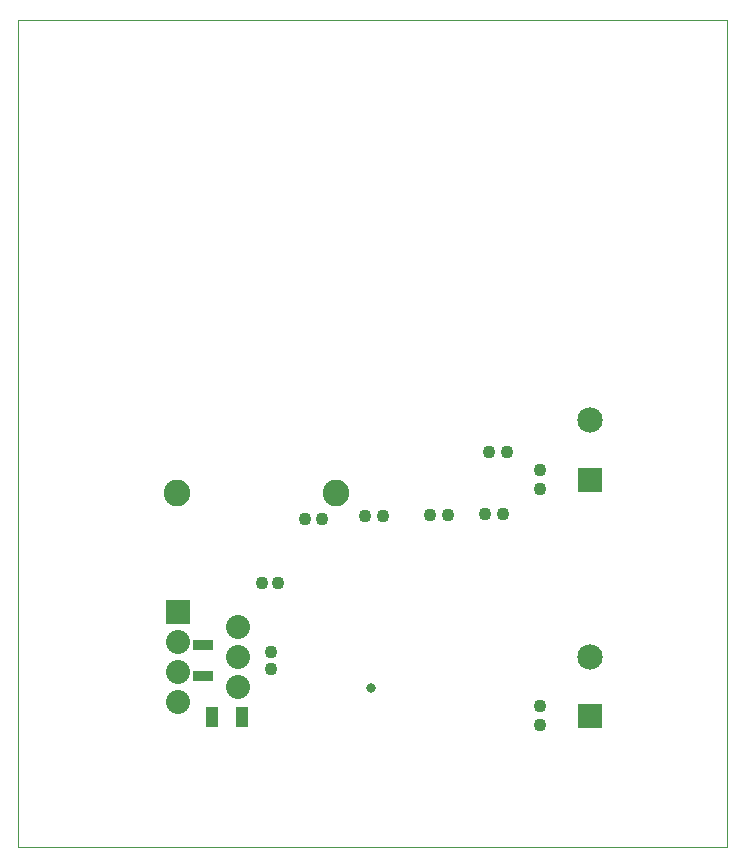
<source format=gbr>
%TF.GenerationSoftware,Altium Limited,Altium Designer,21.6.4 (81)*%
G04 Layer_Color=9597184*
%FSLAX26Y26*%
%MOIN*%
%TF.SameCoordinates,D1CDB01D-C4A6-469F-8C54-8347A019B806*%
%TF.FilePolarity,Positive*%
%TF.FileFunction,Coverlay,Bottom_Solder_(Board_Layer_Stack)*%
%TF.Part,Single*%
G01*
G75*
%TA.AperFunction,SMDPad,CuDef*%
%ADD15R,0.041339X0.070866*%
%ADD31R,0.065284X0.037640*%
%TA.AperFunction,ComponentPad*%
%ADD35C,0.080000*%
%ADD36R,0.080000X0.080000*%
%ADD37C,0.088709*%
%ADD38C,0.084772*%
%ADD39R,0.084772X0.084772*%
%TA.AperFunction,ViaPad*%
%ADD40C,0.043433*%
%ADD41C,0.031622*%
%TA.AperFunction,Profile*%
%ADD50C,0.001000*%
D15*
X647638Y433071D02*
D03*
X748031D02*
D03*
D31*
X618110Y674255D02*
D03*
Y569839D02*
D03*
D35*
X532283Y483464D02*
D03*
X732283Y533465D02*
D03*
X532283Y583465D02*
D03*
X732283Y633465D02*
D03*
X532283Y683465D02*
D03*
X732283Y733465D02*
D03*
D36*
X532283Y783465D02*
D03*
D37*
X1060827Y1181102D02*
D03*
X529724D02*
D03*
D38*
X1907480Y1422244D02*
D03*
X1907480Y634842D02*
D03*
D39*
X1907480Y1225394D02*
D03*
X1907480Y437992D02*
D03*
D40*
X1374016Y1106299D02*
D03*
X1433071D02*
D03*
X1740158Y408465D02*
D03*
X1741142Y470472D02*
D03*
X1740158Y1194882D02*
D03*
X1741142Y1256890D02*
D03*
X842520Y594488D02*
D03*
Y649606D02*
D03*
X868110Y880905D02*
D03*
X813976Y881890D02*
D03*
X1014764Y1094488D02*
D03*
X955708D02*
D03*
X1617126Y1109252D02*
D03*
X1628937Y1316929D02*
D03*
X1569882D02*
D03*
X1558071Y1109252D02*
D03*
X1216535Y1103346D02*
D03*
X1157480D02*
D03*
D41*
X1176181Y529528D02*
D03*
D50*
X2362205Y-0D02*
X-0D01*
Y2755906D01*
X2362205D01*
Y-0D01*
%TF.MD5,2bff1a8335f21d7ad5a44f7002aee1e7*%
M02*

</source>
